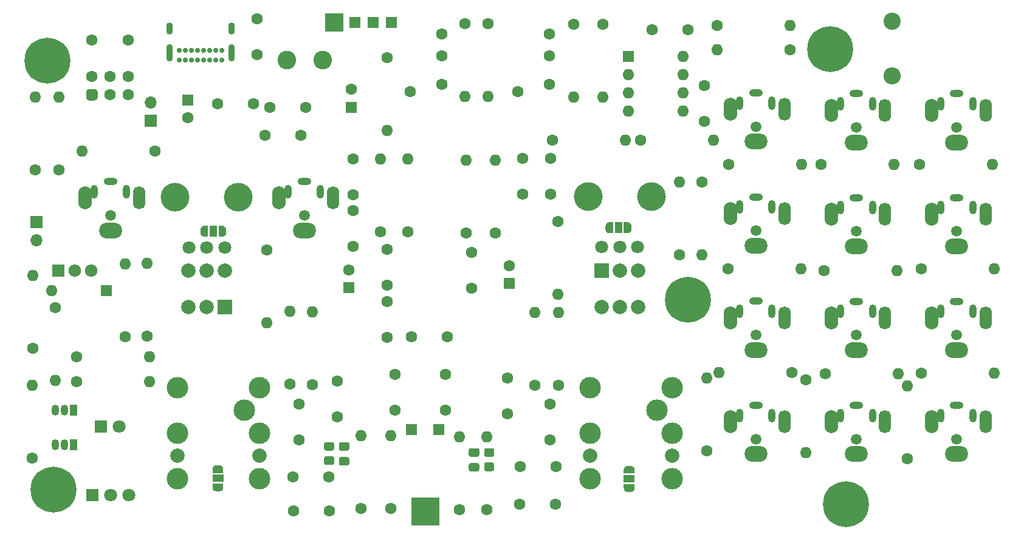
<source format=gbs>
G04 #@! TF.GenerationSoftware,KiCad,Pcbnew,8.0.1*
G04 #@! TF.CreationDate,2024-03-31T00:10:13+01:00*
G04 #@! TF.ProjectId,spider2,73706964-6572-4322-9e6b-696361645f70,rev?*
G04 #@! TF.SameCoordinates,Original*
G04 #@! TF.FileFunction,Soldermask,Bot*
G04 #@! TF.FilePolarity,Negative*
%FSLAX46Y46*%
G04 Gerber Fmt 4.6, Leading zero omitted, Abs format (unit mm)*
G04 Created by KiCad (PCBNEW 8.0.1) date 2024-03-31 00:10:13*
%MOMM*%
%LPD*%
G01*
G04 APERTURE LIST*
%ADD10C,1.600000*%
%ADD11O,1.600000X1.600000*%
%ADD12R,2.000000X2.000000*%
%ADD13C,2.000000*%
%ADD14C,0.700000*%
%ADD15O,0.900000X2.400000*%
%ADD16O,0.900000X1.700000*%
%ADD17R,1.717500X1.800000*%
%ADD18O,1.717500X1.800000*%
%ADD19R,1.600000X1.600000*%
%ADD20R,2.500000X2.500000*%
%ADD21C,1.500000*%
%ADD22O,1.000000X1.900000*%
%ADD23O,1.703200X3.203200*%
%ADD24O,1.903200X3.203200*%
%ADD25O,1.900000X1.000000*%
%ADD26O,3.203200X2.203200*%
%ADD27C,0.800000*%
%ADD28C,6.400000*%
%ADD29R,1.700000X1.700000*%
%ADD30O,1.700000X1.700000*%
%ADD31C,3.000000*%
%ADD32R,1.500000X1.500000*%
%ADD33R,1.050000X1.500000*%
%ADD34O,1.050000X1.500000*%
%ADD35C,2.400000*%
%ADD36O,2.400000X2.400000*%
%ADD37C,4.000000*%
%ADD38C,1.800000*%
%ADD39R,4.000000X4.000000*%
%ADD40R,1.800000X1.800000*%
%ADD41C,2.600000*%
%ADD42R,1.500000X1.000000*%
%ADD43R,1.000000X1.500000*%
G04 APERTURE END LIST*
D10*
X171975000Y-64135000D03*
D11*
X171975000Y-74295000D03*
D10*
X147599400Y-34823400D03*
X152679400Y-34823400D03*
G36*
G01*
X147199400Y-41643400D02*
X147999400Y-41643400D01*
G75*
G02*
X148399400Y-42043400I0J-400000D01*
G01*
X148399400Y-42843400D01*
G75*
G02*
X147999400Y-43243400I-400000J0D01*
G01*
X147199400Y-43243400D01*
G75*
G02*
X146799400Y-42843400I0J400000D01*
G01*
X146799400Y-42043400D01*
G75*
G02*
X147199400Y-41643400I400000J0D01*
G01*
G37*
X150139400Y-42443400D03*
X152679400Y-42443400D03*
X147599400Y-39903400D03*
X150139400Y-39903400D03*
X152679400Y-39903400D03*
X262920000Y-52200000D03*
D11*
X273080000Y-52200000D03*
D12*
X218620000Y-67000000D03*
D13*
X221160000Y-67000000D03*
X223700000Y-67000000D03*
X218620000Y-72080000D03*
X221160000Y-72080000D03*
X223700000Y-72080000D03*
D10*
X230650000Y-33400000D03*
X225650000Y-33400000D03*
X244875000Y-36200000D03*
D11*
X234715000Y-36200000D03*
D14*
X165725000Y-37575000D03*
X164875000Y-37575000D03*
X164025000Y-37575000D03*
X163175000Y-37575000D03*
X162325000Y-37575000D03*
X161475000Y-37575000D03*
X160625000Y-37575000D03*
X159775000Y-37575000D03*
X159775000Y-36225000D03*
X160625000Y-36225000D03*
X161475000Y-36225000D03*
X162325000Y-36225000D03*
X163175000Y-36225000D03*
X164025000Y-36225000D03*
X164875000Y-36225000D03*
X165725000Y-36225000D03*
D15*
X167075000Y-36595000D03*
D16*
X167075000Y-33215000D03*
D15*
X158425000Y-36595000D03*
D16*
X158425000Y-33215000D03*
D10*
X187800000Y-61600000D03*
D11*
X187800000Y-51440000D03*
D17*
X142950000Y-67000000D03*
D18*
X145240000Y-67000000D03*
X147530000Y-67000000D03*
D10*
X263120000Y-81300000D03*
D11*
X273280000Y-81300000D03*
D10*
X181800000Y-82425000D03*
X181800000Y-87425000D03*
X207645000Y-51333400D03*
X207645000Y-56333400D03*
X196850000Y-86475000D03*
X196850000Y-81475000D03*
X211480400Y-56337200D03*
X211480400Y-51337200D03*
X209300000Y-82980000D03*
D11*
X209300000Y-72820000D03*
D19*
X149620000Y-69750000D03*
D11*
X142000000Y-69750000D03*
D10*
X178275000Y-82880000D03*
D11*
X178275000Y-72720000D03*
D10*
X139700000Y-52959000D03*
D11*
X139700000Y-42799000D03*
D10*
X202800000Y-32550000D03*
D11*
X202800000Y-42710000D03*
D10*
X232600000Y-54625000D03*
D11*
X232600000Y-64785000D03*
D10*
X205525000Y-82000000D03*
X205525000Y-87000000D03*
D20*
X181356000Y-32385000D03*
D21*
X240099112Y-90500000D03*
D22*
X242349112Y-87200000D03*
D23*
X244099112Y-88100000D03*
D24*
X236599112Y-88100000D03*
D22*
X237849112Y-87200000D03*
D25*
X240099112Y-85800000D03*
D26*
X240099112Y-92600000D03*
D27*
X248019532Y-36102461D03*
X248722476Y-34405405D03*
X248722476Y-37799517D03*
X250419532Y-33702461D03*
D28*
X250419532Y-36102461D03*
D27*
X250419532Y-38502461D03*
X252116588Y-34405405D03*
X252116588Y-37799517D03*
X252819532Y-36102461D03*
D10*
X189850000Y-86450000D03*
X189850000Y-81450000D03*
X200500000Y-69450000D03*
X200500000Y-64450000D03*
X214700000Y-32640000D03*
D11*
X214700000Y-42800000D03*
D10*
X196350000Y-37000000D03*
X196350000Y-34000000D03*
X191950000Y-42000000D03*
X196350000Y-41000000D03*
D29*
X155800000Y-46090000D03*
D30*
X155800000Y-43550000D03*
D10*
X189200000Y-100200000D03*
D11*
X189200000Y-90040000D03*
D10*
X212177000Y-99568000D03*
X207177000Y-99568000D03*
D19*
X205765400Y-68808600D03*
D10*
X205765400Y-66308600D03*
X176425000Y-85600000D03*
X176425000Y-90600000D03*
X232925000Y-46200000D03*
X232925000Y-41200000D03*
X191600000Y-61595000D03*
D11*
X191600000Y-51435000D03*
D10*
X261200000Y-93230000D03*
D11*
X261200000Y-83070000D03*
D10*
X249645000Y-66950000D03*
D11*
X259805000Y-66950000D03*
D31*
X226300000Y-86450000D03*
D13*
X228430000Y-92800000D03*
X217000000Y-92800000D03*
D31*
X228430000Y-89650000D03*
X217000000Y-89650000D03*
X228430000Y-96000000D03*
X217000000Y-96000000D03*
X228430000Y-83300000D03*
X217000000Y-83300000D03*
D10*
X156425000Y-50275000D03*
D11*
X146265000Y-50275000D03*
D31*
X168800000Y-86450000D03*
D13*
X170930000Y-92800000D03*
X159500000Y-92800000D03*
D31*
X170930000Y-89650000D03*
X159500000Y-89650000D03*
X170930000Y-96000000D03*
X159500000Y-96000000D03*
X170930000Y-83300000D03*
X159500000Y-83300000D03*
D10*
X145500000Y-82500000D03*
D11*
X155660000Y-82500000D03*
D10*
X212550000Y-60100000D03*
D11*
X212550000Y-70260000D03*
D10*
X249745000Y-81400000D03*
D11*
X259905000Y-81400000D03*
D10*
X198800000Y-100320000D03*
D11*
X198800000Y-90160000D03*
D10*
X165129200Y-43750000D03*
X170129200Y-43750000D03*
D32*
X192120004Y-89159163D03*
D10*
X249220000Y-52150000D03*
D11*
X259380000Y-52150000D03*
D10*
X203809600Y-61722000D03*
D11*
X203809600Y-51562000D03*
D10*
X234675000Y-32825000D03*
D11*
X244835000Y-32825000D03*
D10*
X236195000Y-66725000D03*
D11*
X246355000Y-66725000D03*
D19*
X183750000Y-44182380D03*
D10*
X183750000Y-41682380D03*
X197100000Y-76225000D03*
X192100000Y-76225000D03*
X142500000Y-72170000D03*
D11*
X142500000Y-82330000D03*
D10*
X247100000Y-82250000D03*
D11*
X247100000Y-92410000D03*
D21*
X240100000Y-61433333D03*
D22*
X242350000Y-58133333D03*
D23*
X244100000Y-59033333D03*
D24*
X236600000Y-59033333D03*
D22*
X237850000Y-58133333D03*
D25*
X240100000Y-56733333D03*
D26*
X240100000Y-63533333D03*
D33*
X145020000Y-91250000D03*
D34*
X143750000Y-91250000D03*
X142480000Y-91250000D03*
D10*
X175641000Y-95758000D03*
X180641000Y-95758000D03*
D21*
X240100000Y-75966666D03*
D22*
X242350000Y-72666666D03*
D23*
X244100000Y-73566666D03*
D24*
X236600000Y-73566666D03*
D22*
X237850000Y-72666666D03*
D25*
X240100000Y-71266666D03*
D26*
X240100000Y-78066666D03*
D10*
X152250000Y-76190000D03*
D11*
X152250000Y-66030000D03*
D21*
X177174065Y-59268249D03*
D22*
X179424065Y-55968249D03*
D23*
X181174065Y-56868249D03*
D24*
X173674065Y-56868249D03*
D22*
X174924065Y-55968249D03*
D25*
X177174065Y-54568249D03*
D26*
X177174065Y-61368249D03*
D27*
X228260142Y-71088261D03*
X228963086Y-69391205D03*
X228963086Y-72785317D03*
X230660142Y-68688261D03*
D28*
X230660142Y-71088261D03*
D27*
X230660142Y-73488261D03*
X232357198Y-69391205D03*
X232357198Y-72785317D03*
X233060142Y-71088261D03*
D10*
X143002000Y-52959000D03*
D11*
X143002000Y-42799000D03*
D21*
X268100000Y-47000000D03*
D22*
X270350000Y-43700000D03*
D23*
X272100000Y-44600000D03*
D24*
X264600000Y-44600000D03*
D22*
X265850000Y-43700000D03*
D25*
X268100000Y-42300000D03*
D26*
X268100000Y-49100000D03*
D10*
X184000000Y-63600000D03*
X184000000Y-58600000D03*
D35*
X259100000Y-32190000D03*
D36*
X259100000Y-39810000D03*
D32*
X184277000Y-32385000D03*
D19*
X160925000Y-43175000D03*
D10*
X160925000Y-45675000D03*
D37*
X159217564Y-56780906D03*
X168017564Y-56780906D03*
D38*
X166117564Y-63780906D03*
X163617564Y-63780906D03*
X161117564Y-63780906D03*
D10*
X188750000Y-69062600D03*
X188750000Y-64062600D03*
D32*
X186817000Y-32385000D03*
X189357000Y-32385000D03*
D12*
X166152500Y-72090000D03*
D13*
X163612500Y-72090000D03*
X161072500Y-72090000D03*
X166152500Y-67010000D03*
X163612500Y-67010000D03*
X161072500Y-67010000D03*
D33*
X145000000Y-86500000D03*
D34*
X143730000Y-86500000D03*
X142460000Y-86500000D03*
D10*
X145500000Y-79000000D03*
D11*
X155660000Y-79000000D03*
D10*
X185100000Y-100200000D03*
D11*
X185100000Y-90040000D03*
D21*
X268100000Y-76000000D03*
D22*
X270350000Y-72700000D03*
D23*
X272100000Y-73600000D03*
D24*
X264600000Y-73600000D03*
D22*
X265850000Y-72700000D03*
D25*
X268100000Y-71300000D03*
D26*
X268100000Y-78100000D03*
D29*
X139850000Y-60250000D03*
D30*
X139850000Y-62790000D03*
D10*
X175225000Y-82835000D03*
D11*
X175225000Y-72675000D03*
D27*
X250278178Y-99588332D03*
X250981122Y-97891276D03*
X250981122Y-101285388D03*
X252678178Y-97188332D03*
D28*
X252678178Y-99588332D03*
D27*
X252678178Y-101988332D03*
X254375234Y-97891276D03*
X254375234Y-101285388D03*
X255078178Y-99588332D03*
D10*
X236270000Y-52150000D03*
D11*
X246430000Y-52150000D03*
D10*
X218750000Y-32640000D03*
D11*
X218750000Y-42800000D03*
D10*
X211350000Y-37000000D03*
X211350000Y-34000000D03*
X206950000Y-42000000D03*
X211350000Y-41000000D03*
D21*
X268100000Y-61500000D03*
D22*
X270350000Y-58200000D03*
D23*
X272100000Y-59100000D03*
D24*
X264600000Y-59100000D03*
D22*
X265850000Y-58200000D03*
D25*
X268100000Y-56800000D03*
D26*
X268100000Y-63600000D03*
D21*
X240100000Y-46900000D03*
D22*
X242350000Y-43600000D03*
D23*
X244100000Y-44500000D03*
D24*
X236600000Y-44500000D03*
D22*
X237850000Y-43600000D03*
D25*
X240100000Y-42200000D03*
D26*
X240100000Y-49000000D03*
D19*
X222375000Y-37100000D03*
D11*
X222375000Y-39640000D03*
X222375000Y-42180000D03*
X222375000Y-44720000D03*
X229995000Y-44720000D03*
X229995000Y-42180000D03*
X229995000Y-39640000D03*
X229995000Y-37100000D03*
D10*
X263120000Y-66750000D03*
D11*
X273280000Y-66750000D03*
D10*
X233260000Y-92180000D03*
D11*
X233260000Y-82020000D03*
D10*
X188722000Y-76276200D03*
X188722000Y-71276200D03*
X211800000Y-48750000D03*
D11*
X221960000Y-48750000D03*
D21*
X254100000Y-61500000D03*
D22*
X256350000Y-58200000D03*
D23*
X258100000Y-59100000D03*
D24*
X250600000Y-59100000D03*
D22*
X251850000Y-58200000D03*
D25*
X254100000Y-56800000D03*
D26*
X254100000Y-63600000D03*
D21*
X254100000Y-76000000D03*
D22*
X256350000Y-72700000D03*
D23*
X258100000Y-73600000D03*
D24*
X250600000Y-73600000D03*
D22*
X251850000Y-72700000D03*
D25*
X254100000Y-71300000D03*
D26*
X254100000Y-78100000D03*
D21*
X254100000Y-47000000D03*
D22*
X256350000Y-43700000D03*
D23*
X258100000Y-44600000D03*
D24*
X250600000Y-44600000D03*
D22*
X251850000Y-43700000D03*
D25*
X254100000Y-42300000D03*
D26*
X254100000Y-49100000D03*
D10*
X212600000Y-82985000D03*
D11*
X212600000Y-72825000D03*
D10*
X202600000Y-100360000D03*
D11*
X202600000Y-90200000D03*
D10*
X172347600Y-44196000D03*
X177347600Y-44196000D03*
X184000000Y-51400000D03*
X184000000Y-56400000D03*
D21*
X150165198Y-59269712D03*
D22*
X152415198Y-55969712D03*
D23*
X154165198Y-56869712D03*
D24*
X146665198Y-56869712D03*
D22*
X147915198Y-55969712D03*
D25*
X150165198Y-54569712D03*
D26*
X150165198Y-61369712D03*
D39*
X194056000Y-100584000D03*
D21*
X254099112Y-90500000D03*
D22*
X256349112Y-87200000D03*
D23*
X258099112Y-88100000D03*
D24*
X250599112Y-88100000D03*
D22*
X251849112Y-87200000D03*
D25*
X254099112Y-85800000D03*
D26*
X254099112Y-92600000D03*
D21*
X268100000Y-90500000D03*
D22*
X270350000Y-87200000D03*
D23*
X272100000Y-88100000D03*
D24*
X264600000Y-88100000D03*
D22*
X265850000Y-87200000D03*
D25*
X268100000Y-85800000D03*
D26*
X268100000Y-92600000D03*
D10*
X175700000Y-100500000D03*
X180700000Y-100500000D03*
X188750000Y-37250000D03*
D11*
X188750000Y-47410000D03*
D10*
X170641261Y-31877000D03*
X170641261Y-36877000D03*
X139250000Y-93160000D03*
D11*
X139250000Y-83000000D03*
D10*
X171704000Y-48133000D03*
X176704000Y-48133000D03*
D32*
X195961000Y-89154000D03*
D40*
X148875000Y-88725000D03*
D38*
X151415000Y-88725000D03*
D10*
X199600000Y-32570000D03*
D11*
X199600000Y-42730000D03*
D10*
X229450000Y-64800000D03*
D11*
X229450000Y-54640000D03*
D10*
X212304000Y-94361000D03*
X207304000Y-94361000D03*
D37*
X216749930Y-56700000D03*
X225549930Y-56700000D03*
D38*
X223649930Y-63700000D03*
X221149930Y-63700000D03*
X218649930Y-63700000D03*
D10*
X199694800Y-61722000D03*
D11*
X199694800Y-51562000D03*
D10*
X245080000Y-81225000D03*
D11*
X234920000Y-81225000D03*
D41*
X174752000Y-37592000D03*
X179752000Y-37592000D03*
D10*
X155250000Y-76150000D03*
D11*
X155250000Y-65990000D03*
D40*
X147670000Y-98300000D03*
D38*
X150210000Y-98300000D03*
X152750000Y-98300000D03*
D27*
X139840000Y-97590000D03*
X140542944Y-95892944D03*
X140542944Y-99287056D03*
X142240000Y-95190000D03*
D28*
X142240000Y-97590000D03*
D27*
X142240000Y-99990000D03*
X143937056Y-95892944D03*
X143937056Y-99287056D03*
X144640000Y-97590000D03*
D10*
X224000000Y-48760000D03*
D11*
X234160000Y-48760000D03*
D10*
X139350000Y-77840000D03*
D11*
X139350000Y-67680000D03*
D10*
X211400000Y-85650000D03*
X211400000Y-90650000D03*
D19*
X183388000Y-69400000D03*
D10*
X183388000Y-66900000D03*
D27*
X138994600Y-37691600D03*
X139697544Y-35994544D03*
X139697544Y-39388656D03*
X141394600Y-35291600D03*
D28*
X141394600Y-37691600D03*
D27*
X141394600Y-40091600D03*
X143091656Y-35994544D03*
X143091656Y-39388656D03*
X143794600Y-37691600D03*
G36*
G01*
X181094800Y-94116200D02*
X180194800Y-94116200D01*
G75*
G02*
X179944800Y-93866200I0J250000D01*
G01*
X179944800Y-93166200D01*
G75*
G02*
X180194800Y-92916200I250000J0D01*
G01*
X181094800Y-92916200D01*
G75*
G02*
X181344800Y-93166200I0J-250000D01*
G01*
X181344800Y-93866200D01*
G75*
G02*
X181094800Y-94116200I-250000J0D01*
G01*
G37*
G36*
G01*
X181094800Y-92116200D02*
X180194800Y-92116200D01*
G75*
G02*
X179944800Y-91866200I0J250000D01*
G01*
X179944800Y-91166200D01*
G75*
G02*
X180194800Y-90916200I250000J0D01*
G01*
X181094800Y-90916200D01*
G75*
G02*
X181344800Y-91166200I0J-250000D01*
G01*
X181344800Y-91866200D01*
G75*
G02*
X181094800Y-92116200I-250000J0D01*
G01*
G37*
G36*
G01*
X203396000Y-94974300D02*
X202496000Y-94974300D01*
G75*
G02*
X202246000Y-94724300I0J250000D01*
G01*
X202246000Y-94024300D01*
G75*
G02*
X202496000Y-93774300I250000J0D01*
G01*
X203396000Y-93774300D01*
G75*
G02*
X203646000Y-94024300I0J-250000D01*
G01*
X203646000Y-94724300D01*
G75*
G02*
X203396000Y-94974300I-250000J0D01*
G01*
G37*
G36*
G01*
X203396000Y-92974300D02*
X202496000Y-92974300D01*
G75*
G02*
X202246000Y-92724300I0J250000D01*
G01*
X202246000Y-92024300D01*
G75*
G02*
X202496000Y-91774300I250000J0D01*
G01*
X203396000Y-91774300D01*
G75*
G02*
X203646000Y-92024300I0J-250000D01*
G01*
X203646000Y-92724300D01*
G75*
G02*
X203396000Y-92974300I-250000J0D01*
G01*
G37*
G36*
X223203200Y-96812800D02*
G01*
X223203200Y-97362800D01*
X223198111Y-97362800D01*
X223198111Y-97433957D01*
X223158016Y-97570508D01*
X223081075Y-97690230D01*
X222973520Y-97783427D01*
X222844066Y-97842546D01*
X222703200Y-97862800D01*
X222203200Y-97862800D01*
X222062334Y-97842546D01*
X221932880Y-97783427D01*
X221825325Y-97690230D01*
X221748384Y-97570508D01*
X221708289Y-97433957D01*
X221708289Y-97362800D01*
X221703200Y-97362800D01*
X221703200Y-96812800D01*
X223203200Y-96812800D01*
G37*
D42*
X222453200Y-96062800D03*
G36*
X221708289Y-94762800D02*
G01*
X221708289Y-94691643D01*
X221748384Y-94555092D01*
X221825325Y-94435370D01*
X221932880Y-94342173D01*
X222062334Y-94283054D01*
X222203200Y-94262800D01*
X222703200Y-94262800D01*
X222844066Y-94283054D01*
X222973520Y-94342173D01*
X223081075Y-94435370D01*
X223158016Y-94555092D01*
X223198111Y-94691643D01*
X223198111Y-94762800D01*
X223203200Y-94762800D01*
X223203200Y-95312800D01*
X221703200Y-95312800D01*
X221703200Y-94762800D01*
X221708289Y-94762800D01*
G37*
G36*
X221700000Y-60250000D02*
G01*
X222250000Y-60250000D01*
X222250000Y-60255089D01*
X222321157Y-60255089D01*
X222457708Y-60295184D01*
X222577430Y-60372125D01*
X222670627Y-60479680D01*
X222729746Y-60609134D01*
X222750000Y-60750000D01*
X222750000Y-61250000D01*
X222729746Y-61390866D01*
X222670627Y-61520320D01*
X222577430Y-61627875D01*
X222457708Y-61704816D01*
X222321157Y-61744911D01*
X222250000Y-61744911D01*
X222250000Y-61750000D01*
X221700000Y-61750000D01*
X221700000Y-60250000D01*
G37*
D43*
X220950000Y-61000000D03*
G36*
X219650000Y-61744911D02*
G01*
X219578843Y-61744911D01*
X219442292Y-61704816D01*
X219322570Y-61627875D01*
X219229373Y-61520320D01*
X219170254Y-61390866D01*
X219150000Y-61250000D01*
X219150000Y-60750000D01*
X219170254Y-60609134D01*
X219229373Y-60479680D01*
X219322570Y-60372125D01*
X219442292Y-60295184D01*
X219578843Y-60255089D01*
X219650000Y-60255089D01*
X219650000Y-60250000D01*
X220200000Y-60250000D01*
X220200000Y-61750000D01*
X219650000Y-61750000D01*
X219650000Y-61744911D01*
G37*
G36*
G01*
X182252600Y-90928700D02*
X183202600Y-90928700D01*
G75*
G02*
X183452600Y-91178700I0J-250000D01*
G01*
X183452600Y-91853700D01*
G75*
G02*
X183202600Y-92103700I-250000J0D01*
G01*
X182252600Y-92103700D01*
G75*
G02*
X182002600Y-91853700I0J250000D01*
G01*
X182002600Y-91178700D01*
G75*
G02*
X182252600Y-90928700I250000J0D01*
G01*
G37*
G36*
G01*
X182252600Y-93003700D02*
X183202600Y-93003700D01*
G75*
G02*
X183452600Y-93253700I0J-250000D01*
G01*
X183452600Y-93928700D01*
G75*
G02*
X183202600Y-94178700I-250000J0D01*
G01*
X182252600Y-94178700D01*
G75*
G02*
X182002600Y-93928700I0J250000D01*
G01*
X182002600Y-93253700D01*
G75*
G02*
X182252600Y-93003700I250000J0D01*
G01*
G37*
G36*
G01*
X200362800Y-91770800D02*
X201312800Y-91770800D01*
G75*
G02*
X201562800Y-92020800I0J-250000D01*
G01*
X201562800Y-92695800D01*
G75*
G02*
X201312800Y-92945800I-250000J0D01*
G01*
X200362800Y-92945800D01*
G75*
G02*
X200112800Y-92695800I0J250000D01*
G01*
X200112800Y-92020800D01*
G75*
G02*
X200362800Y-91770800I250000J0D01*
G01*
G37*
G36*
G01*
X200362800Y-93845800D02*
X201312800Y-93845800D01*
G75*
G02*
X201562800Y-94095800I0J-250000D01*
G01*
X201562800Y-94770800D01*
G75*
G02*
X201312800Y-95020800I-250000J0D01*
G01*
X200362800Y-95020800D01*
G75*
G02*
X200112800Y-94770800I0J250000D01*
G01*
X200112800Y-94095800D01*
G75*
G02*
X200362800Y-93845800I250000J0D01*
G01*
G37*
G36*
X165250000Y-60750000D02*
G01*
X165800000Y-60750000D01*
X165800000Y-60755089D01*
X165871157Y-60755089D01*
X166007708Y-60795184D01*
X166127430Y-60872125D01*
X166220627Y-60979680D01*
X166279746Y-61109134D01*
X166300000Y-61250000D01*
X166300000Y-61750000D01*
X166279746Y-61890866D01*
X166220627Y-62020320D01*
X166127430Y-62127875D01*
X166007708Y-62204816D01*
X165871157Y-62244911D01*
X165800000Y-62244911D01*
X165800000Y-62250000D01*
X165250000Y-62250000D01*
X165250000Y-60750000D01*
G37*
X164500000Y-61500000D03*
G36*
X163200000Y-62244911D02*
G01*
X163128843Y-62244911D01*
X162992292Y-62204816D01*
X162872570Y-62127875D01*
X162779373Y-62020320D01*
X162720254Y-61890866D01*
X162700000Y-61750000D01*
X162700000Y-61250000D01*
X162720254Y-61109134D01*
X162779373Y-60979680D01*
X162872570Y-60872125D01*
X162992292Y-60795184D01*
X163128843Y-60755089D01*
X163200000Y-60755089D01*
X163200000Y-60750000D01*
X163750000Y-60750000D01*
X163750000Y-62250000D01*
X163200000Y-62250000D01*
X163200000Y-62244911D01*
G37*
G36*
X164400800Y-95232000D02*
G01*
X164400800Y-94682000D01*
X164405889Y-94682000D01*
X164405889Y-94610843D01*
X164445984Y-94474292D01*
X164522925Y-94354570D01*
X164630480Y-94261373D01*
X164759934Y-94202254D01*
X164900800Y-94182000D01*
X165400800Y-94182000D01*
X165541666Y-94202254D01*
X165671120Y-94261373D01*
X165778675Y-94354570D01*
X165855616Y-94474292D01*
X165895711Y-94610843D01*
X165895711Y-94682000D01*
X165900800Y-94682000D01*
X165900800Y-95232000D01*
X164400800Y-95232000D01*
G37*
D42*
X165150800Y-95982000D03*
G36*
X165895711Y-97282000D02*
G01*
X165895711Y-97353157D01*
X165855616Y-97489708D01*
X165778675Y-97609430D01*
X165671120Y-97702627D01*
X165541666Y-97761746D01*
X165400800Y-97782000D01*
X164900800Y-97782000D01*
X164759934Y-97761746D01*
X164630480Y-97702627D01*
X164522925Y-97609430D01*
X164445984Y-97489708D01*
X164405889Y-97353157D01*
X164405889Y-97282000D01*
X164400800Y-97282000D01*
X164400800Y-96732000D01*
X165900800Y-96732000D01*
X165900800Y-97282000D01*
X165895711Y-97282000D01*
G37*
M02*

</source>
